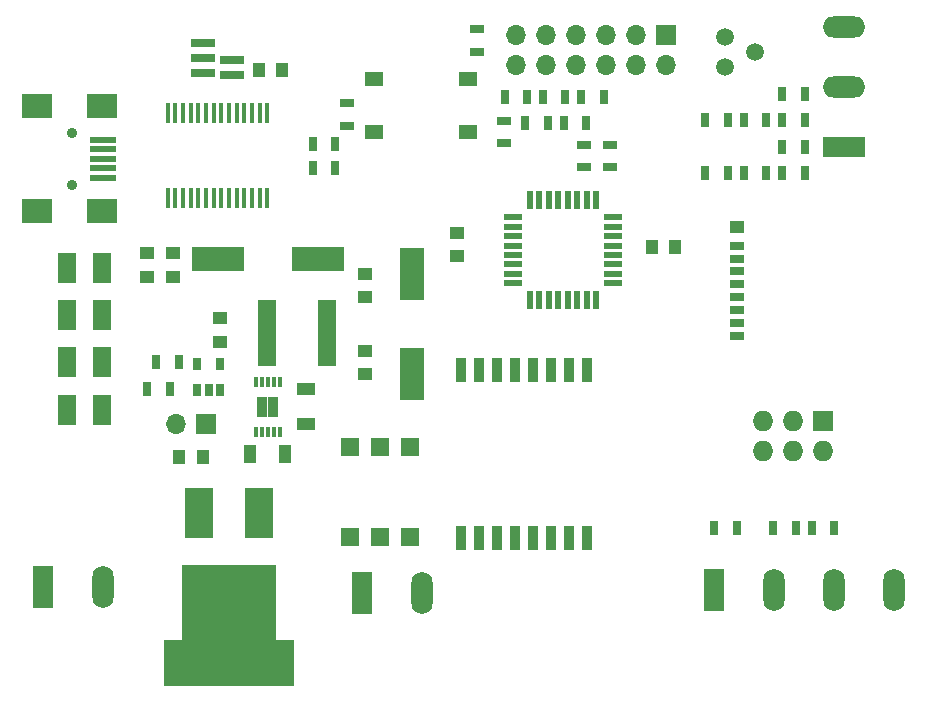
<source format=gbr>
G04 #@! TF.FileFunction,Soldermask,Top*
%FSLAX46Y46*%
G04 Gerber Fmt 4.6, Leading zero omitted, Abs format (unit mm)*
G04 Created by KiCad (PCBNEW 4.0.5) date 02/17/17 11:47:38*
%MOMM*%
%LPD*%
G01*
G04 APERTURE LIST*
%ADD10C,0.100000*%
%ADD11R,2.400000X4.230000*%
%ADD12R,11.000000X4.020000*%
%ADD13R,8.000000X6.500000*%
%ADD14R,1.600000X5.700000*%
%ADD15C,1.500000*%
%ADD16R,0.900000X2.000000*%
%ADD17R,2.100000X0.750000*%
%ADD18R,3.600000X1.800000*%
%ADD19O,3.600000X1.800000*%
%ADD20R,1.800000X3.600000*%
%ADD21O,1.800000X3.600000*%
%ADD22R,2.000000X4.500000*%
%ADD23R,4.500000X2.000000*%
%ADD24R,1.600000X0.550000*%
%ADD25R,0.550000X1.600000*%
%ADD26R,1.600000X1.600000*%
%ADD27R,0.305000X0.890000*%
%ADD28R,0.940000X0.840000*%
%ADD29R,0.450000X1.750000*%
%ADD30R,0.650000X1.060000*%
%ADD31R,1.550000X1.300000*%
%ADD32R,1.300000X0.700000*%
%ADD33R,0.700000X1.300000*%
%ADD34R,1.727200X1.727200*%
%ADD35O,1.727200X1.727200*%
%ADD36R,1.700000X1.700000*%
%ADD37O,1.700000X1.700000*%
%ADD38R,2.300000X0.500000*%
%ADD39R,2.500000X2.000000*%
%ADD40C,0.900000*%
%ADD41R,1.500000X2.600000*%
%ADD42R,1.250000X1.000000*%
%ADD43R,1.600000X1.000000*%
%ADD44R,1.000000X1.250000*%
%ADD45R,1.000000X1.600000*%
%ADD46R,1.200000X1.000000*%
%ADD47R,1.200000X0.700000*%
G04 APERTURE END LIST*
D10*
D11*
X108460000Y-105955000D03*
D12*
X111000000Y-118655000D03*
D13*
X111000000Y-113575000D03*
D11*
X113540000Y-105955000D03*
D14*
X114210000Y-90750000D03*
X119290000Y-90750000D03*
D15*
X155540000Y-67000000D03*
X153000000Y-68270000D03*
X153000000Y-65730000D03*
D16*
X141282000Y-108112000D03*
X139758000Y-108112000D03*
X138234000Y-108112000D03*
X136710000Y-108112000D03*
X130614000Y-108112000D03*
X132138000Y-108112000D03*
X133662000Y-108112000D03*
X135186000Y-108112000D03*
X135186000Y-93888000D03*
X133662000Y-93888000D03*
X132138000Y-93888000D03*
X130614000Y-93888000D03*
X136710000Y-93888000D03*
X138234000Y-93888000D03*
X139758000Y-93888000D03*
X141282000Y-93888000D03*
D17*
X108750000Y-66230000D03*
X108750000Y-68770000D03*
X108750000Y-67500000D03*
X111250000Y-67615000D03*
X111250000Y-68885000D03*
D18*
X163000000Y-75000000D03*
D19*
X163000000Y-69920000D03*
X163000000Y-64840000D03*
D20*
X152000000Y-112500000D03*
D21*
X157080000Y-112500000D03*
X162160000Y-112500000D03*
X167240000Y-112500000D03*
D22*
X126500000Y-85750000D03*
X126500000Y-94250000D03*
D23*
X110000000Y-84500000D03*
X118500000Y-84500000D03*
D24*
X135000000Y-80950000D03*
X135000000Y-81750000D03*
X135000000Y-82550000D03*
X135000000Y-83350000D03*
X135000000Y-84150000D03*
X135000000Y-84950000D03*
X135000000Y-85750000D03*
X135000000Y-86550000D03*
D25*
X136450000Y-88000000D03*
X137250000Y-88000000D03*
X138050000Y-88000000D03*
X138850000Y-88000000D03*
X139650000Y-88000000D03*
X140450000Y-88000000D03*
X141250000Y-88000000D03*
X142050000Y-88000000D03*
D24*
X143500000Y-86550000D03*
X143500000Y-85750000D03*
X143500000Y-84950000D03*
X143500000Y-84150000D03*
X143500000Y-83350000D03*
X143500000Y-82550000D03*
X143500000Y-81750000D03*
X143500000Y-80950000D03*
D25*
X142050000Y-79500000D03*
X141250000Y-79500000D03*
X140450000Y-79500000D03*
X139650000Y-79500000D03*
X138850000Y-79500000D03*
X138050000Y-79500000D03*
X137250000Y-79500000D03*
X136450000Y-79500000D03*
D26*
X126290000Y-100440000D03*
X121210000Y-108060000D03*
X123750000Y-100440000D03*
X123750000Y-108060000D03*
X121210000Y-100440000D03*
X126290000Y-108060000D03*
D27*
X113250000Y-99105000D03*
X113750000Y-99105000D03*
X114250000Y-99105000D03*
X114750000Y-99105000D03*
X115250000Y-99105000D03*
X115250000Y-94895000D03*
X114750000Y-94895000D03*
X114250000Y-94895000D03*
X113750000Y-94895000D03*
X113250000Y-94895000D03*
D28*
X114720000Y-96580000D03*
X113780000Y-96580000D03*
X114720000Y-97420000D03*
X113780000Y-97420000D03*
D29*
X114225000Y-72150000D03*
X113575000Y-72150000D03*
X112925000Y-72150000D03*
X112275000Y-72150000D03*
X111625000Y-72150000D03*
X110975000Y-72150000D03*
X110325000Y-72150000D03*
X109675000Y-72150000D03*
X109025000Y-72150000D03*
X108375000Y-72150000D03*
X107725000Y-72150000D03*
X107075000Y-72150000D03*
X106425000Y-72150000D03*
X105775000Y-72150000D03*
X105775000Y-79350000D03*
X106425000Y-79350000D03*
X107075000Y-79350000D03*
X107725000Y-79350000D03*
X108375000Y-79350000D03*
X109025000Y-79350000D03*
X109675000Y-79350000D03*
X110325000Y-79350000D03*
X110975000Y-79350000D03*
X111625000Y-79350000D03*
X112275000Y-79350000D03*
X112925000Y-79350000D03*
X113575000Y-79350000D03*
X114225000Y-79350000D03*
D30*
X108300000Y-95600000D03*
X109250000Y-95600000D03*
X110200000Y-95600000D03*
X110200000Y-93400000D03*
X108300000Y-93400000D03*
D31*
X123275000Y-69250000D03*
X131225000Y-69250000D03*
X123275000Y-73750000D03*
X131225000Y-73750000D03*
D32*
X134250000Y-72800000D03*
X134250000Y-74700000D03*
D33*
X137950000Y-73000000D03*
X136050000Y-73000000D03*
X139300000Y-73000000D03*
X141200000Y-73000000D03*
X136200000Y-70750000D03*
X134300000Y-70750000D03*
X139450000Y-70750000D03*
X137550000Y-70750000D03*
X140800000Y-70750000D03*
X142700000Y-70750000D03*
X153200000Y-72750000D03*
X151300000Y-72750000D03*
X156450000Y-72750000D03*
X154550000Y-72750000D03*
X157800000Y-72750000D03*
X159700000Y-72750000D03*
X153200000Y-77250000D03*
X151300000Y-77250000D03*
X156450000Y-77250000D03*
X154550000Y-77250000D03*
X157800000Y-77250000D03*
X159700000Y-77250000D03*
D32*
X141000000Y-74800000D03*
X141000000Y-76700000D03*
X143250000Y-74800000D03*
X143250000Y-76700000D03*
D33*
X159700000Y-70500000D03*
X157800000Y-70500000D03*
X159700000Y-75000000D03*
X157800000Y-75000000D03*
D32*
X132000000Y-65050000D03*
X132000000Y-66950000D03*
X121000000Y-73200000D03*
X121000000Y-71300000D03*
D33*
X118050000Y-74750000D03*
X119950000Y-74750000D03*
X118050000Y-76750000D03*
X119950000Y-76750000D03*
X152050000Y-107250000D03*
X153950000Y-107250000D03*
X157050000Y-107250000D03*
X158950000Y-107250000D03*
X162200000Y-107250000D03*
X160300000Y-107250000D03*
X104800000Y-93250000D03*
X106700000Y-93250000D03*
X105950000Y-95500000D03*
X104050000Y-95500000D03*
D20*
X95250000Y-112250000D03*
D21*
X100330000Y-112250000D03*
D20*
X122250000Y-112750000D03*
D21*
X127330000Y-112750000D03*
D34*
X161250000Y-98250000D03*
D35*
X161250000Y-100790000D03*
X158710000Y-98250000D03*
X158710000Y-100790000D03*
X156170000Y-98250000D03*
X156170000Y-100790000D03*
D36*
X109000000Y-98500000D03*
D37*
X106460000Y-98500000D03*
D38*
X100300000Y-74400000D03*
X100300000Y-75200000D03*
X100300000Y-76000000D03*
X100300000Y-76800000D03*
X100300000Y-77600000D03*
D39*
X100200000Y-71550000D03*
X94700000Y-71550000D03*
X100200000Y-80450000D03*
X94700000Y-80450000D03*
D40*
X97700000Y-73800000D03*
X97700000Y-78200000D03*
D36*
X148000000Y-65500000D03*
D37*
X148000000Y-68040000D03*
X145460000Y-65500000D03*
X145460000Y-68040000D03*
X142920000Y-65500000D03*
X142920000Y-68040000D03*
X140380000Y-65500000D03*
X140380000Y-68040000D03*
X137840000Y-65500000D03*
X137840000Y-68040000D03*
X135300000Y-65500000D03*
X135300000Y-68040000D03*
D41*
X97250000Y-97250000D03*
X100250000Y-97250000D03*
X100250000Y-85250000D03*
X97250000Y-85250000D03*
X100250000Y-89250000D03*
X97250000Y-89250000D03*
X97250000Y-93250000D03*
X100250000Y-93250000D03*
D42*
X122500000Y-92250000D03*
X122500000Y-94250000D03*
X122500000Y-87750000D03*
X122500000Y-85750000D03*
D43*
X117500000Y-98500000D03*
X117500000Y-95500000D03*
D44*
X146750000Y-83500000D03*
X148750000Y-83500000D03*
D42*
X130250000Y-84250000D03*
X130250000Y-82250000D03*
D45*
X112750000Y-101000000D03*
X115750000Y-101000000D03*
D44*
X115500000Y-68500000D03*
X113500000Y-68500000D03*
X108750000Y-101250000D03*
X106750000Y-101250000D03*
D42*
X106250000Y-84000000D03*
X106250000Y-86000000D03*
X104000000Y-84000000D03*
X104000000Y-86000000D03*
X110250000Y-91500000D03*
X110250000Y-89500000D03*
D46*
X153950000Y-81800000D03*
D47*
X153950000Y-91050000D03*
X153950000Y-89950000D03*
X153950000Y-88850000D03*
X153950000Y-87750000D03*
X153950000Y-86650000D03*
X153950000Y-85550000D03*
X153950000Y-84450000D03*
X153950000Y-83350000D03*
M02*

</source>
